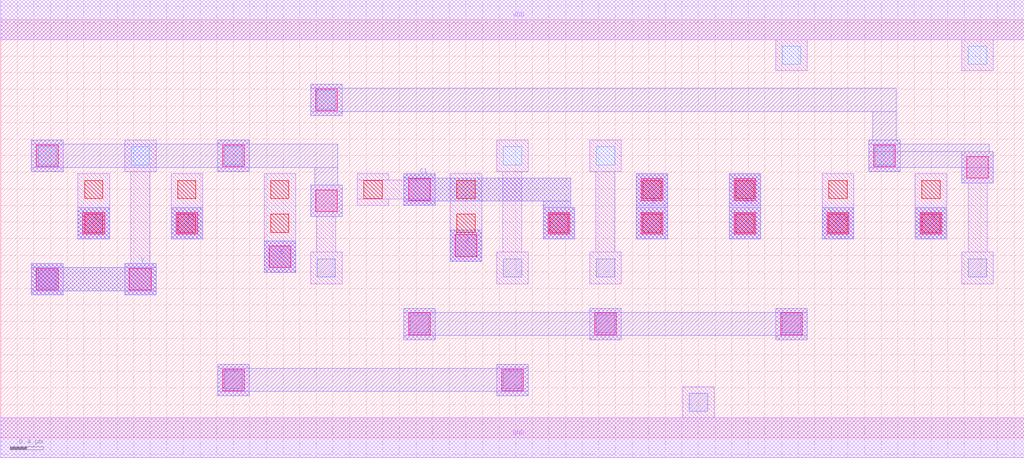
<source format=lef>
MACRO AOOAAOOAI21222
 CLASS CORE ;
 FOREIGN AOOAAOOAI21222 0 0 ;
 SIZE 12.32 BY 5.04 ;
 ORIGIN 0 0 ;
 SYMMETRY X Y R90 ;
 SITE unit ;
  PIN VDD
   DIRECTION INOUT ;
   USE POWER ;
   SHAPE ABUTMENT ;
    PORT
     CLASS CORE ;
       LAYER met1 ;
        RECT 0.00000000 4.80000000 12.32000000 5.28000000 ;
    END
  END VDD

  PIN GND
   DIRECTION INOUT ;
   USE POWER ;
   SHAPE ABUTMENT ;
    PORT
     CLASS CORE ;
       LAYER met1 ;
        RECT 0.00000000 -0.24000000 12.32000000 0.24000000 ;
    END
  END GND

  PIN Y
   DIRECTION INOUT ;
   USE SIGNAL ;
   SHAPE ABUTMENT ;
    PORT
     CLASS CORE ;
       LAYER met2 ;
        RECT 0.37000000 1.72200000 0.75000000 1.77200000 ;
        RECT 1.49000000 1.72200000 1.87000000 1.77200000 ;
        RECT 0.37000000 1.77200000 1.87000000 2.05200000 ;
        RECT 0.37000000 2.05200000 0.75000000 2.10200000 ;
        RECT 1.49000000 2.05200000 1.87000000 2.10200000 ;
    END
  END Y

  PIN B
   DIRECTION INOUT ;
   USE SIGNAL ;
   SHAPE ABUTMENT ;
    PORT
     CLASS CORE ;
       LAYER met2 ;
        RECT 3.17000000 1.99200000 3.55000000 2.37200000 ;
    END
  END B

  PIN A
   DIRECTION INOUT ;
   USE SIGNAL ;
   SHAPE ABUTMENT ;
    PORT
     CLASS CORE ;
       LAYER met2 ;
        RECT 0.93000000 2.39700000 1.31000000 2.77700000 ;
    END
  END A

  PIN C
   DIRECTION INOUT ;
   USE SIGNAL ;
   SHAPE ABUTMENT ;
    PORT
     CLASS CORE ;
       LAYER met2 ;
        RECT 5.41000000 2.12700000 5.79000000 2.50700000 ;
    END
  END C

  PIN C1
   DIRECTION INOUT ;
   USE SIGNAL ;
   SHAPE ABUTMENT ;
    PORT
     CLASS CORE ;
       LAYER met2 ;
        RECT 6.53000000 2.39700000 6.91000000 2.77700000 ;
        RECT 4.85000000 2.80200000 5.23000000 2.85200000 ;
        RECT 6.53000000 2.77700000 6.86000000 2.85200000 ;
        RECT 4.85000000 2.85200000 6.86000000 3.13200000 ;
        RECT 4.85000000 3.13200000 5.23000000 3.18200000 ;
    END
  END C1

  PIN E
   DIRECTION INOUT ;
   USE SIGNAL ;
   SHAPE ABUTMENT ;
    PORT
     CLASS CORE ;
       LAYER met2 ;
        RECT 7.65000000 2.39700000 8.03000000 3.18200000 ;
    END
  END E

  PIN E1
   DIRECTION INOUT ;
   USE SIGNAL ;
   SHAPE ABUTMENT ;
    PORT
     CLASS CORE ;
       LAYER met2 ;
        RECT 8.77000000 2.39700000 9.15000000 3.18200000 ;
    END
  END E1

  PIN A1
   DIRECTION INOUT ;
   USE SIGNAL ;
   SHAPE ABUTMENT ;
    PORT
     CLASS CORE ;
       LAYER met2 ;
        RECT 2.05000000 2.39700000 2.43000000 2.77700000 ;
    END
  END A1

  PIN D1
   DIRECTION INOUT ;
   USE SIGNAL ;
   SHAPE ABUTMENT ;
    PORT
     CLASS CORE ;
       LAYER met2 ;
        RECT 9.89000000 2.39700000 10.27000000 2.77700000 ;
    END
  END D1

  PIN D
   DIRECTION INOUT ;
   USE SIGNAL ;
   SHAPE ABUTMENT ;
    PORT
     CLASS CORE ;
       LAYER met2 ;
        RECT 11.01000000 2.39700000 11.39000000 2.77700000 ;
    END
  END D

 OBS
    LAYER polycont ;
     RECT 1.01000000 2.47700000 1.23000000 2.69700000 ;
     RECT 2.13000000 2.47700000 2.35000000 2.69700000 ;
     RECT 3.25000000 2.47700000 3.47000000 2.69700000 ;
     RECT 5.49000000 2.47700000 5.71000000 2.69700000 ;
     RECT 6.61000000 2.47700000 6.83000000 2.69700000 ;
     RECT 7.73000000 2.47700000 7.95000000 2.69700000 ;
     RECT 8.85000000 2.47700000 9.07000000 2.69700000 ;
     RECT 9.97000000 2.47700000 10.19000000 2.69700000 ;
     RECT 11.09000000 2.47700000 11.31000000 2.69700000 ;
     RECT 1.01000000 2.88200000 1.23000000 3.10200000 ;
     RECT 2.13000000 2.88200000 2.35000000 3.10200000 ;
     RECT 3.25000000 2.88200000 3.47000000 3.10200000 ;
     RECT 4.37000000 2.88200000 4.59000000 3.10200000 ;
     RECT 5.49000000 2.88200000 5.71000000 3.10200000 ;
     RECT 7.73000000 2.88200000 7.95000000 3.10200000 ;
     RECT 8.85000000 2.88200000 9.07000000 3.10200000 ;
     RECT 9.97000000 2.88200000 10.19000000 3.10200000 ;
     RECT 11.09000000 2.88200000 11.31000000 3.10200000 ;

    LAYER pdiffc ;
     RECT 0.45000000 3.28700000 0.67000000 3.50700000 ;
     RECT 1.57000000 3.28700000 1.79000000 3.50700000 ;
     RECT 2.69000000 3.28700000 2.91000000 3.50700000 ;
     RECT 6.05000000 3.28700000 6.27000000 3.50700000 ;
     RECT 7.17000000 3.28700000 7.39000000 3.50700000 ;
     RECT 10.53000000 3.28700000 10.75000000 3.50700000 ;
     RECT 3.81000000 3.96200000 4.03000000 4.18200000 ;
     RECT 9.41000000 4.50200000 9.63000000 4.72200000 ;
     RECT 11.65000000 4.50200000 11.87000000 4.72200000 ;

    LAYER ndiffc ;
     RECT 8.29000000 0.31700000 8.51000000 0.53700000 ;
     RECT 2.69000000 0.58700000 2.91000000 0.80700000 ;
     RECT 6.05000000 0.58700000 6.27000000 0.80700000 ;
     RECT 4.93000000 1.26200000 5.15000000 1.48200000 ;
     RECT 7.17000000 1.26200000 7.39000000 1.48200000 ;
     RECT 9.41000000 1.26200000 9.63000000 1.48200000 ;
     RECT 0.45000000 1.80200000 0.67000000 2.02200000 ;
     RECT 3.81000000 1.93700000 4.03000000 2.15700000 ;
     RECT 6.05000000 1.93700000 6.27000000 2.15700000 ;
     RECT 7.17000000 1.93700000 7.39000000 2.15700000 ;
     RECT 11.65000000 1.93700000 11.87000000 2.15700000 ;

    LAYER met1 ;
     RECT 0.00000000 -0.24000000 12.32000000 0.24000000 ;
     RECT 8.21000000 0.24000000 8.59000000 0.61700000 ;
     RECT 2.61000000 0.50700000 2.99000000 0.88700000 ;
     RECT 5.97000000 0.50700000 6.35000000 0.88700000 ;
     RECT 4.85000000 1.18200000 5.23000000 1.56200000 ;
     RECT 7.09000000 1.18200000 7.47000000 1.56200000 ;
     RECT 9.33000000 1.18200000 9.71000000 1.56200000 ;
     RECT 0.37000000 1.72200000 0.75000000 2.10200000 ;
     RECT 6.53000000 2.39700000 6.91000000 2.77700000 ;
     RECT 7.65000000 2.39700000 8.03000000 2.77700000 ;
     RECT 8.77000000 2.39700000 9.15000000 2.77700000 ;
     RECT 3.73000000 1.85700000 4.11000000 2.23700000 ;
     RECT 3.80500000 2.23700000 4.03500000 2.66700000 ;
     RECT 3.73000000 2.66700000 4.11000000 3.04700000 ;
     RECT 0.93000000 2.39700000 1.31000000 3.18200000 ;
     RECT 2.05000000 2.39700000 2.43000000 3.18200000 ;
     RECT 3.17000000 1.99200000 3.55000000 3.18200000 ;
     RECT 4.29000000 2.80200000 4.67000000 2.87700000 ;
     RECT 4.85000000 2.80200000 5.23000000 2.87700000 ;
     RECT 4.29000000 2.87700000 5.23000000 3.10700000 ;
     RECT 4.29000000 3.10700000 4.67000000 3.18200000 ;
     RECT 4.85000000 3.10700000 5.23000000 3.18200000 ;
     RECT 5.41000000 2.12700000 5.79000000 3.18200000 ;
     RECT 7.65000000 2.80200000 8.03000000 3.18200000 ;
     RECT 8.77000000 2.80200000 9.15000000 3.18200000 ;
     RECT 9.89000000 2.39700000 10.27000000 3.18200000 ;
     RECT 11.01000000 2.39700000 11.39000000 3.18200000 ;
     RECT 11.57000000 1.85700000 11.95000000 2.23700000 ;
     RECT 11.64500000 2.23700000 11.87500000 3.07200000 ;
     RECT 11.57000000 3.07200000 11.95000000 3.45200000 ;
     RECT 0.37000000 3.20700000 0.75000000 3.58700000 ;
     RECT 1.49000000 1.72200000 1.87000000 2.10200000 ;
     RECT 1.56500000 2.10200000 1.79500000 3.20700000 ;
     RECT 1.49000000 3.20700000 1.87000000 3.58700000 ;
     RECT 2.61000000 3.20700000 2.99000000 3.58700000 ;
     RECT 5.97000000 1.85700000 6.35000000 2.23700000 ;
     RECT 6.04500000 2.23700000 6.27500000 3.20700000 ;
     RECT 5.97000000 3.20700000 6.35000000 3.58700000 ;
     RECT 7.09000000 1.85700000 7.47000000 2.23700000 ;
     RECT 7.16500000 2.23700000 7.39500000 3.20700000 ;
     RECT 7.09000000 3.20700000 7.47000000 3.58700000 ;
     RECT 10.45000000 3.20700000 10.83000000 3.58700000 ;
     RECT 3.73000000 3.88200000 4.11000000 4.26200000 ;
     RECT 9.33000000 4.42200000 9.71000000 4.80000000 ;
     RECT 11.57000000 4.42200000 11.95000000 4.80000000 ;
     RECT 0.00000000 4.80000000 12.32000000 5.28000000 ;

    LAYER via1 ;
     RECT 2.67000000 0.56700000 2.93000000 0.82700000 ;
     RECT 6.03000000 0.56700000 6.29000000 0.82700000 ;
     RECT 4.91000000 1.24200000 5.17000000 1.50200000 ;
     RECT 7.15000000 1.24200000 7.41000000 1.50200000 ;
     RECT 9.39000000 1.24200000 9.65000000 1.50200000 ;
     RECT 0.43000000 1.78200000 0.69000000 2.04200000 ;
     RECT 1.55000000 1.78200000 1.81000000 2.04200000 ;
     RECT 3.23000000 2.05200000 3.49000000 2.31200000 ;
     RECT 5.47000000 2.18700000 5.73000000 2.44700000 ;
     RECT 0.99000000 2.45700000 1.25000000 2.71700000 ;
     RECT 2.11000000 2.45700000 2.37000000 2.71700000 ;
     RECT 6.59000000 2.45700000 6.85000000 2.71700000 ;
     RECT 7.71000000 2.45700000 7.97000000 2.71700000 ;
     RECT 8.83000000 2.45700000 9.09000000 2.71700000 ;
     RECT 9.95000000 2.45700000 10.21000000 2.71700000 ;
     RECT 11.07000000 2.45700000 11.33000000 2.71700000 ;
     RECT 3.79000000 2.72700000 4.05000000 2.98700000 ;
     RECT 4.91000000 2.86200000 5.17000000 3.12200000 ;
     RECT 7.71000000 2.86200000 7.97000000 3.12200000 ;
     RECT 8.83000000 2.86200000 9.09000000 3.12200000 ;
     RECT 11.63000000 3.13200000 11.89000000 3.39200000 ;
     RECT 0.43000000 3.26700000 0.69000000 3.52700000 ;
     RECT 2.67000000 3.26700000 2.93000000 3.52700000 ;
     RECT 10.51000000 3.26700000 10.77000000 3.52700000 ;
     RECT 3.79000000 3.94200000 4.05000000 4.20200000 ;

    LAYER met2 ;
     RECT 2.61000000 0.50700000 2.99000000 0.55700000 ;
     RECT 5.97000000 0.50700000 6.35000000 0.55700000 ;
     RECT 2.61000000 0.55700000 6.35000000 0.83700000 ;
     RECT 2.61000000 0.83700000 2.99000000 0.88700000 ;
     RECT 5.97000000 0.83700000 6.35000000 0.88700000 ;
     RECT 4.85000000 1.18200000 5.23000000 1.23200000 ;
     RECT 7.09000000 1.18200000 7.47000000 1.23200000 ;
     RECT 9.33000000 1.18200000 9.71000000 1.23200000 ;
     RECT 4.85000000 1.23200000 9.71000000 1.51200000 ;
     RECT 4.85000000 1.51200000 5.23000000 1.56200000 ;
     RECT 7.09000000 1.51200000 7.47000000 1.56200000 ;
     RECT 9.33000000 1.51200000 9.71000000 1.56200000 ;
     RECT 0.37000000 1.72200000 0.75000000 1.77200000 ;
     RECT 1.49000000 1.72200000 1.87000000 1.77200000 ;
     RECT 0.37000000 1.77200000 1.87000000 2.05200000 ;
     RECT 0.37000000 2.05200000 0.75000000 2.10200000 ;
     RECT 1.49000000 2.05200000 1.87000000 2.10200000 ;
     RECT 3.17000000 1.99200000 3.55000000 2.37200000 ;
     RECT 5.41000000 2.12700000 5.79000000 2.50700000 ;
     RECT 0.93000000 2.39700000 1.31000000 2.77700000 ;
     RECT 2.05000000 2.39700000 2.43000000 2.77700000 ;
     RECT 9.89000000 2.39700000 10.27000000 2.77700000 ;
     RECT 11.01000000 2.39700000 11.39000000 2.77700000 ;
     RECT 6.53000000 2.39700000 6.91000000 2.77700000 ;
     RECT 4.85000000 2.80200000 5.23000000 2.85200000 ;
     RECT 6.53000000 2.77700000 6.86000000 2.85200000 ;
     RECT 4.85000000 2.85200000 6.86000000 3.13200000 ;
     RECT 4.85000000 3.13200000 5.23000000 3.18200000 ;
     RECT 7.65000000 2.39700000 8.03000000 3.18200000 ;
     RECT 8.77000000 2.39700000 9.15000000 3.18200000 ;
     RECT 3.73000000 2.66700000 4.11000000 3.04700000 ;
     RECT 0.37000000 3.20700000 0.75000000 3.25700000 ;
     RECT 2.61000000 3.20700000 2.99000000 3.25700000 ;
     RECT 3.78000000 3.04700000 4.06000000 3.25700000 ;
     RECT 0.37000000 3.25700000 4.06000000 3.53700000 ;
     RECT 0.37000000 3.53700000 0.75000000 3.58700000 ;
     RECT 2.61000000 3.53700000 2.99000000 3.58700000 ;
     RECT 10.45000000 3.20700000 10.83000000 3.25700000 ;
     RECT 11.57000000 3.07200000 11.95000000 3.25700000 ;
     RECT 10.45000000 3.25700000 11.95000000 3.45200000 ;
     RECT 10.45000000 3.45200000 11.90000000 3.53700000 ;
     RECT 10.45000000 3.53700000 10.83000000 3.58700000 ;
     RECT 3.73000000 3.88200000 4.11000000 3.93200000 ;
     RECT 10.50000000 3.58700000 10.78000000 3.93200000 ;
     RECT 3.73000000 3.93200000 10.78000000 4.21200000 ;
     RECT 3.73000000 4.21200000 4.11000000 4.26200000 ;

 END
END AOOAAOOAI21222

</source>
